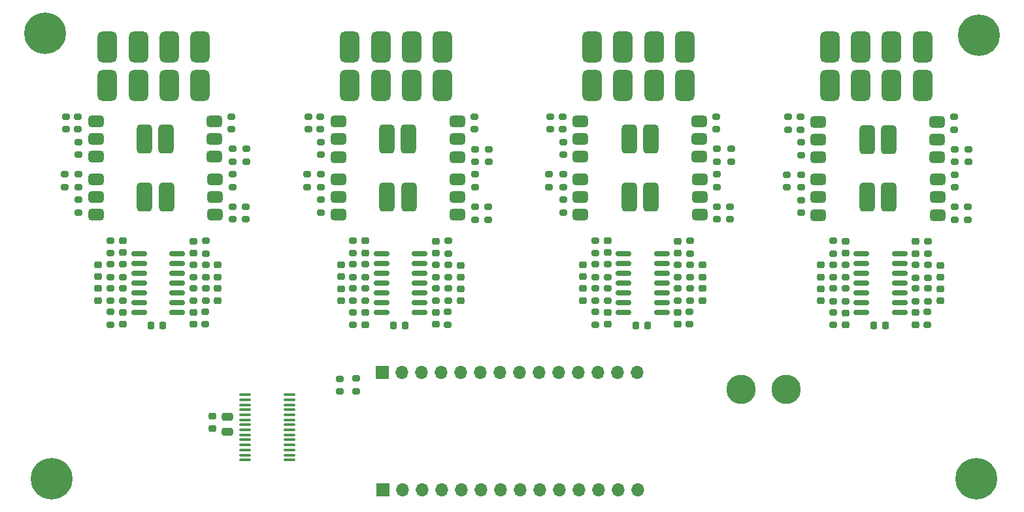
<source format=gbr>
%TF.GenerationSoftware,KiCad,Pcbnew,8.0.4*%
%TF.CreationDate,2024-08-21T17:36:00-07:00*%
%TF.ProjectId,SMA_Test_Bed,534d415f-5465-4737-945f-4265642e6b69,rev?*%
%TF.SameCoordinates,Original*%
%TF.FileFunction,Soldermask,Top*%
%TF.FilePolarity,Negative*%
%FSLAX46Y46*%
G04 Gerber Fmt 4.6, Leading zero omitted, Abs format (unit mm)*
G04 Created by KiCad (PCBNEW 8.0.4) date 2024-08-21 17:36:00*
%MOMM*%
%LPD*%
G01*
G04 APERTURE LIST*
G04 Aperture macros list*
%AMRoundRect*
0 Rectangle with rounded corners*
0 $1 Rounding radius*
0 $2 $3 $4 $5 $6 $7 $8 $9 X,Y pos of 4 corners*
0 Add a 4 corners polygon primitive as box body*
4,1,4,$2,$3,$4,$5,$6,$7,$8,$9,$2,$3,0*
0 Add four circle primitives for the rounded corners*
1,1,$1+$1,$2,$3*
1,1,$1+$1,$4,$5*
1,1,$1+$1,$6,$7*
1,1,$1+$1,$8,$9*
0 Add four rect primitives between the rounded corners*
20,1,$1+$1,$2,$3,$4,$5,0*
20,1,$1+$1,$4,$5,$6,$7,0*
20,1,$1+$1,$6,$7,$8,$9,0*
20,1,$1+$1,$8,$9,$2,$3,0*%
G04 Aperture macros list end*
%ADD10RoundRect,0.200000X-0.275000X0.200000X-0.275000X-0.200000X0.275000X-0.200000X0.275000X0.200000X0*%
%ADD11RoundRect,0.200000X0.275000X-0.200000X0.275000X0.200000X-0.275000X0.200000X-0.275000X-0.200000X0*%
%ADD12RoundRect,0.225000X0.250000X-0.225000X0.250000X0.225000X-0.250000X0.225000X-0.250000X-0.225000X0*%
%ADD13RoundRect,0.635000X-0.635000X-1.365000X0.635000X-1.365000X0.635000X1.365000X-0.635000X1.365000X0*%
%ADD14C,0.800000*%
%ADD15C,5.400000*%
%ADD16RoundRect,0.150000X-0.825000X-0.150000X0.825000X-0.150000X0.825000X0.150000X-0.825000X0.150000X0*%
%ADD17RoundRect,0.225000X-0.225000X-0.250000X0.225000X-0.250000X0.225000X0.250000X-0.225000X0.250000X0*%
%ADD18RoundRect,0.225000X-0.250000X0.225000X-0.250000X-0.225000X0.250000X-0.225000X0.250000X0.225000X0*%
%ADD19C,2.600000*%
%ADD20C,3.800000*%
%ADD21RoundRect,0.100000X-0.637500X-0.100000X0.637500X-0.100000X0.637500X0.100000X-0.637500X0.100000X0*%
%ADD22RoundRect,0.375000X-0.625000X-0.375000X0.625000X-0.375000X0.625000X0.375000X-0.625000X0.375000X0*%
%ADD23RoundRect,0.500000X-0.500000X-1.400000X0.500000X-1.400000X0.500000X1.400000X-0.500000X1.400000X0*%
%ADD24RoundRect,0.375000X0.625000X0.375000X-0.625000X0.375000X-0.625000X-0.375000X0.625000X-0.375000X0*%
%ADD25RoundRect,0.500000X0.500000X1.400000X-0.500000X1.400000X-0.500000X-1.400000X0.500000X-1.400000X0*%
%ADD26R,1.700000X1.700000*%
%ADD27O,1.700000X1.700000*%
%ADD28RoundRect,0.250000X-0.475000X0.250000X-0.475000X-0.250000X0.475000X-0.250000X0.475000X0.250000X0*%
G04 APERTURE END LIST*
D10*
%TO.C,R18*%
X156818065Y-82992431D03*
X156818065Y-84642431D03*
%TD*%
D11*
%TO.C,R45*%
X172225000Y-99600000D03*
X172225000Y-97950000D03*
%TD*%
%TO.C,R57*%
X164650000Y-87925000D03*
X164650000Y-86275000D03*
%TD*%
D10*
%TO.C,R78*%
X125400000Y-82975000D03*
X125400000Y-84625000D03*
%TD*%
D12*
%TO.C,C6*%
X140843065Y-96467431D03*
X140843065Y-94917431D03*
%TD*%
D13*
%TO.C,J9*%
X209000000Y-69750000D03*
X213000000Y-69750000D03*
%TD*%
D11*
%TO.C,R16*%
X149943065Y-99667431D03*
X149943065Y-98017431D03*
%TD*%
D14*
%TO.C,H3*%
X98150000Y-125800000D03*
X98743109Y-124368109D03*
X98743109Y-127231891D03*
X100175000Y-123775000D03*
D15*
X100175000Y-125800000D03*
D14*
X100175000Y-127825000D03*
X101606891Y-124368109D03*
X101606891Y-127231891D03*
X102200000Y-125800000D03*
%TD*%
D16*
%TO.C,U5*%
X111500000Y-96565000D03*
X111500000Y-97835000D03*
X111500000Y-99105000D03*
X111500000Y-100375000D03*
X111500000Y-101645000D03*
X111500000Y-102915000D03*
X111500000Y-104185000D03*
X116450000Y-104185000D03*
X116450000Y-102915000D03*
X116450000Y-101645000D03*
X116450000Y-100375000D03*
X116450000Y-99105000D03*
X116450000Y-97835000D03*
X116450000Y-96565000D03*
%TD*%
D13*
%TO.C,J13*%
X178200000Y-69700000D03*
X182200000Y-69700000D03*
%TD*%
D10*
%TO.C,R14*%
X151543065Y-98017431D03*
X151543065Y-99667431D03*
%TD*%
D11*
%TO.C,R72*%
X120125000Y-96550000D03*
X120125000Y-94900000D03*
%TD*%
D12*
%TO.C,C24*%
X172225000Y-96450000D03*
X172225000Y-94900000D03*
%TD*%
D17*
%TO.C,C3*%
X144468065Y-105892431D03*
X146018065Y-105892431D03*
%TD*%
D10*
%TO.C,R19*%
X135068065Y-89592431D03*
X135068065Y-91242431D03*
%TD*%
D18*
%TO.C,C13*%
X199825000Y-98050000D03*
X199825000Y-99600000D03*
%TD*%
D11*
%TO.C,R71*%
X107825000Y-102700000D03*
X107825000Y-101050000D03*
%TD*%
D13*
%TO.C,J10*%
X170200000Y-69700000D03*
X174200000Y-69700000D03*
%TD*%
D11*
%TO.C,R20*%
X154918065Y-80442431D03*
X154918065Y-78792431D03*
%TD*%
D10*
%TO.C,R29*%
X197250000Y-82125000D03*
X197250000Y-83775000D03*
%TD*%
D11*
%TO.C,R10*%
X155018065Y-87942431D03*
X155018065Y-86292431D03*
%TD*%
%TO.C,R43*%
X170625000Y-96500000D03*
X170625000Y-94850000D03*
%TD*%
%TO.C,R27*%
X195600000Y-80475000D03*
X195600000Y-78825000D03*
%TD*%
%TO.C,R12*%
X151543065Y-96567431D03*
X151543065Y-94917431D03*
%TD*%
%TO.C,R80*%
X123500000Y-80425000D03*
X123500000Y-78775000D03*
%TD*%
D12*
%TO.C,C8*%
X137643065Y-102667431D03*
X137643065Y-101117431D03*
%TD*%
D11*
%TO.C,R56*%
X181325000Y-99650000D03*
X181325000Y-98000000D03*
%TD*%
%TO.C,R82*%
X139600000Y-114425000D03*
X139600000Y-112775000D03*
%TD*%
D12*
%TO.C,C11*%
X149943065Y-96517431D03*
X149943065Y-94967431D03*
%TD*%
D19*
%TO.C,J18*%
X189475000Y-114200000D03*
D20*
X189475000Y-114200000D03*
D19*
X195325000Y-114200000D03*
D20*
X195325000Y-114200000D03*
%TD*%
D21*
%TO.C,U1*%
X125262500Y-114900000D03*
X125262500Y-115550000D03*
X125262500Y-116200000D03*
X125262500Y-116850000D03*
X125262500Y-117500000D03*
X125262500Y-118150000D03*
X125262500Y-118800000D03*
X125262500Y-119450000D03*
X125262500Y-120100000D03*
X125262500Y-120750000D03*
X125262500Y-121400000D03*
X125262500Y-122050000D03*
X125262500Y-122700000D03*
X125262500Y-123350000D03*
X130987500Y-123350000D03*
X130987500Y-122700000D03*
X130987500Y-122050000D03*
X130987500Y-121400000D03*
X130987500Y-120750000D03*
X130987500Y-120100000D03*
X130987500Y-119450000D03*
X130987500Y-118800000D03*
X130987500Y-118150000D03*
X130987500Y-117500000D03*
X130987500Y-116850000D03*
X130987500Y-116200000D03*
X130987500Y-115550000D03*
X130987500Y-114900000D03*
%TD*%
D22*
%TO.C,Q9*%
X168700000Y-79400000D03*
X168700000Y-81700000D03*
X168700000Y-84000000D03*
D23*
X175000000Y-81700000D03*
%TD*%
D12*
%TO.C,C35*%
X106225000Y-102650000D03*
X106225000Y-101100000D03*
%TD*%
D16*
%TO.C,U3*%
X205100000Y-96615000D03*
X205100000Y-97885000D03*
X205100000Y-99155000D03*
X205100000Y-100425000D03*
X205100000Y-101695000D03*
X205100000Y-102965000D03*
X205100000Y-104235000D03*
X210050000Y-104235000D03*
X210050000Y-102965000D03*
X210050000Y-101695000D03*
X210050000Y-100425000D03*
X210050000Y-99155000D03*
X210050000Y-97885000D03*
X210050000Y-96615000D03*
%TD*%
D10*
%TO.C,R55*%
X172225000Y-101050000D03*
X172225000Y-102700000D03*
%TD*%
D18*
%TO.C,C37*%
X109425000Y-104200000D03*
X109425000Y-105750000D03*
%TD*%
D11*
%TO.C,R3*%
X139243065Y-96517431D03*
X139243065Y-94867431D03*
%TD*%
D10*
%TO.C,R42*%
X182850000Y-104100000D03*
X182850000Y-105750000D03*
%TD*%
%TO.C,R66*%
X118525000Y-101050000D03*
X118525000Y-102700000D03*
%TD*%
D18*
%TO.C,C7*%
X149943065Y-104192431D03*
X149943065Y-105742431D03*
%TD*%
D24*
%TO.C,Q8*%
X214900000Y-84050000D03*
X214900000Y-81750000D03*
X214900000Y-79450000D03*
D25*
X208600000Y-81750000D03*
%TD*%
D10*
%TO.C,R6*%
X149943065Y-101067431D03*
X149943065Y-102717431D03*
%TD*%
D13*
%TO.C,J12*%
X170200000Y-74700000D03*
X174200000Y-74700000D03*
%TD*%
D10*
%TO.C,R59*%
X166450000Y-89575000D03*
X166450000Y-91225000D03*
%TD*%
%TO.C,R89*%
X186400000Y-90475000D03*
X186400000Y-92125000D03*
%TD*%
D18*
%TO.C,C27*%
X184525000Y-98050000D03*
X184525000Y-99600000D03*
%TD*%
D12*
%TO.C,C20*%
X212125000Y-96550000D03*
X212125000Y-95000000D03*
%TD*%
D13*
%TO.C,J15*%
X115400000Y-74700000D03*
X119400000Y-74700000D03*
%TD*%
D10*
%TO.C,R48*%
X188100000Y-90475000D03*
X188100000Y-92125000D03*
%TD*%
%TO.C,R39*%
X197250000Y-89625000D03*
X197250000Y-91275000D03*
%TD*%
D12*
%TO.C,C23*%
X184525000Y-102650000D03*
X184525000Y-101100000D03*
%TD*%
D11*
%TO.C,R37*%
X195450000Y-87975000D03*
X195450000Y-86325000D03*
%TD*%
D18*
%TO.C,C31*%
X106225000Y-98000000D03*
X106225000Y-99550000D03*
%TD*%
D11*
%TO.C,R17*%
X133268065Y-87942431D03*
X133268065Y-86292431D03*
%TD*%
D22*
%TO.C,Q7*%
X199500000Y-86950000D03*
X199500000Y-89250000D03*
X199500000Y-91550000D03*
D23*
X205800000Y-89250000D03*
%TD*%
D18*
%TO.C,C10*%
X140843065Y-104217431D03*
X140843065Y-105767431D03*
%TD*%
%TO.C,C19*%
X203025000Y-104250000D03*
X203025000Y-105800000D03*
%TD*%
D11*
%TO.C,R47*%
X164800000Y-80425000D03*
X164800000Y-78775000D03*
%TD*%
D12*
%TO.C,C14*%
X215325000Y-102700000D03*
X215325000Y-101150000D03*
%TD*%
D14*
%TO.C,H1*%
X97325000Y-67950000D03*
X97918109Y-66518109D03*
X97918109Y-69381891D03*
X99350000Y-65925000D03*
D15*
X99350000Y-67950000D03*
D14*
X99350000Y-69975000D03*
X100781891Y-66518109D03*
X100781891Y-69381891D03*
X101375000Y-67950000D03*
%TD*%
D12*
%TO.C,C15*%
X203025000Y-96500000D03*
X203025000Y-94950000D03*
%TD*%
D24*
%TO.C,Q10*%
X184150000Y-91500000D03*
X184150000Y-89200000D03*
X184150000Y-86900000D03*
D25*
X177850000Y-89200000D03*
%TD*%
D22*
%TO.C,Q13*%
X105900000Y-79400000D03*
X105900000Y-81700000D03*
X105900000Y-84000000D03*
D23*
X112200000Y-81700000D03*
%TD*%
D10*
%TO.C,R41*%
X170625000Y-97950000D03*
X170625000Y-99600000D03*
%TD*%
%TO.C,R26*%
X212125000Y-101100000D03*
X212125000Y-102750000D03*
%TD*%
D22*
%TO.C,Q3*%
X137318065Y-86917431D03*
X137318065Y-89217431D03*
X137318065Y-91517431D03*
D23*
X143618065Y-89217431D03*
%TD*%
D11*
%TO.C,R50*%
X186400000Y-87925000D03*
X186400000Y-86275000D03*
%TD*%
D24*
%TO.C,Q6*%
X214950000Y-91550000D03*
X214950000Y-89250000D03*
X214950000Y-86950000D03*
D25*
X208650000Y-89250000D03*
%TD*%
D13*
%TO.C,J7*%
X209000000Y-74750000D03*
X213000000Y-74750000D03*
%TD*%
D11*
%TO.C,R83*%
X135018065Y-80442431D03*
X135018065Y-78792431D03*
%TD*%
D24*
%TO.C,Q4*%
X152718065Y-84017431D03*
X152718065Y-81717431D03*
X152718065Y-79417431D03*
D25*
X146418065Y-81717431D03*
%TD*%
D17*
%TO.C,C12*%
X206650000Y-105925000D03*
X208200000Y-105925000D03*
%TD*%
D10*
%TO.C,R28*%
X218900000Y-90525000D03*
X218900000Y-92175000D03*
%TD*%
D11*
%TO.C,R84*%
X197200000Y-80475000D03*
X197200000Y-78825000D03*
%TD*%
D13*
%TO.C,J17*%
X115400000Y-69700000D03*
X119400000Y-69700000D03*
%TD*%
D10*
%TO.C,R68*%
X125300000Y-90475000D03*
X125300000Y-92125000D03*
%TD*%
%TO.C,R49*%
X166450000Y-82075000D03*
X166450000Y-83725000D03*
%TD*%
D11*
%TO.C,R7*%
X133418065Y-80442431D03*
X133418065Y-78792431D03*
%TD*%
D24*
%TO.C,Q12*%
X184100000Y-84000000D03*
X184100000Y-81700000D03*
X184100000Y-79400000D03*
D25*
X177800000Y-81700000D03*
%TD*%
D10*
%TO.C,R38*%
X219000000Y-83025000D03*
X219000000Y-84675000D03*
%TD*%
D12*
%TO.C,C33*%
X109425000Y-96450000D03*
X109425000Y-94900000D03*
%TD*%
D13*
%TO.C,J6*%
X201000000Y-69750000D03*
X205000000Y-69750000D03*
%TD*%
D10*
%TO.C,R95*%
X155018065Y-82992431D03*
X155018065Y-84642431D03*
%TD*%
%TO.C,R9*%
X135068065Y-82092431D03*
X135068065Y-83742431D03*
%TD*%
%TO.C,R21*%
X201425000Y-98000000D03*
X201425000Y-99650000D03*
%TD*%
D13*
%TO.C,J4*%
X138818065Y-74717431D03*
X142818065Y-74717431D03*
%TD*%
D26*
%TO.C,J1*%
X143090000Y-127250000D03*
D27*
X145630000Y-127250000D03*
X148170000Y-127250000D03*
X150710000Y-127250000D03*
X153250000Y-127250000D03*
X155790000Y-127250000D03*
X158330000Y-127250000D03*
X160870000Y-127250000D03*
X163410000Y-127250000D03*
X165950000Y-127250000D03*
X168490000Y-127250000D03*
X171030000Y-127250000D03*
X173570000Y-127250000D03*
X176110000Y-127250000D03*
X176070000Y-112010000D03*
X173530000Y-112010000D03*
X170990000Y-112010000D03*
X168450000Y-112010000D03*
X165910000Y-112010000D03*
X163370000Y-112010000D03*
X160830000Y-112010000D03*
X158290000Y-112010000D03*
X155750000Y-112010000D03*
X153210000Y-112010000D03*
X150670000Y-112010000D03*
X148130000Y-112010000D03*
X145590000Y-112010000D03*
D26*
X143050000Y-112010000D03*
%TD*%
D13*
%TO.C,J5*%
X146818065Y-69717431D03*
X150818065Y-69717431D03*
%TD*%
D10*
%TO.C,R2*%
X151468065Y-104117431D03*
X151468065Y-105767431D03*
%TD*%
D11*
%TO.C,R11*%
X139243065Y-102717431D03*
X139243065Y-101067431D03*
%TD*%
D14*
%TO.C,H4*%
X217925000Y-125825000D03*
X218518109Y-124393109D03*
X218518109Y-127256891D03*
X219950000Y-123800000D03*
D15*
X219950000Y-125825000D03*
D14*
X219950000Y-127850000D03*
X221381891Y-124393109D03*
X221381891Y-127256891D03*
X221975000Y-125825000D03*
%TD*%
D11*
%TO.C,R64*%
X120125000Y-102700000D03*
X120125000Y-101050000D03*
%TD*%
%TO.C,R65*%
X109425000Y-99600000D03*
X109425000Y-97950000D03*
%TD*%
%TO.C,R85*%
X166400000Y-80425000D03*
X166400000Y-78775000D03*
%TD*%
%TO.C,R67*%
X102000000Y-80425000D03*
X102000000Y-78775000D03*
%TD*%
D18*
%TO.C,C28*%
X172225000Y-104200000D03*
X172225000Y-105750000D03*
%TD*%
D16*
%TO.C,U4*%
X174300000Y-96565000D03*
X174300000Y-97835000D03*
X174300000Y-99105000D03*
X174300000Y-100375000D03*
X174300000Y-101645000D03*
X174300000Y-102915000D03*
X174300000Y-104185000D03*
X179250000Y-104185000D03*
X179250000Y-102915000D03*
X179250000Y-101645000D03*
X179250000Y-100375000D03*
X179250000Y-99105000D03*
X179250000Y-97835000D03*
X179250000Y-96565000D03*
%TD*%
D24*
%TO.C,Q16*%
X121300000Y-84000000D03*
X121300000Y-81700000D03*
X121300000Y-79400000D03*
D25*
X115000000Y-81700000D03*
%TD*%
D11*
%TO.C,R70*%
X123600000Y-87925000D03*
X123600000Y-86275000D03*
%TD*%
D24*
%TO.C,Q14*%
X121350000Y-91500000D03*
X121350000Y-89200000D03*
X121350000Y-86900000D03*
D25*
X115050000Y-89200000D03*
%TD*%
D16*
%TO.C,U2*%
X142918065Y-96582431D03*
X142918065Y-97852431D03*
X142918065Y-99122431D03*
X142918065Y-100392431D03*
X142918065Y-101662431D03*
X142918065Y-102932431D03*
X142918065Y-104202431D03*
X147868065Y-104202431D03*
X147868065Y-102932431D03*
X147868065Y-101662431D03*
X147868065Y-100392431D03*
X147868065Y-99122431D03*
X147868065Y-97852431D03*
X147868065Y-96582431D03*
%TD*%
D13*
%TO.C,J2*%
X138818065Y-69717431D03*
X142818065Y-69717431D03*
%TD*%
D10*
%TO.C,R98*%
X123600000Y-82975000D03*
X123600000Y-84625000D03*
%TD*%
%TO.C,R87*%
X155018065Y-90492431D03*
X155018065Y-92142431D03*
%TD*%
D11*
%TO.C,R63*%
X107825000Y-96500000D03*
X107825000Y-94850000D03*
%TD*%
D10*
%TO.C,R61*%
X107825000Y-97950000D03*
X107825000Y-99600000D03*
%TD*%
%TO.C,R88*%
X217200000Y-90525000D03*
X217200000Y-92175000D03*
%TD*%
%TO.C,R73*%
X107825000Y-104150000D03*
X107825000Y-105800000D03*
%TD*%
D11*
%TO.C,R51*%
X170625000Y-102700000D03*
X170625000Y-101050000D03*
%TD*%
%TO.C,R25*%
X203025000Y-99650000D03*
X203025000Y-98000000D03*
%TD*%
%TO.C,R86*%
X103600000Y-80425000D03*
X103600000Y-78775000D03*
%TD*%
D12*
%TO.C,C32*%
X121725000Y-102650000D03*
X121725000Y-101100000D03*
%TD*%
D18*
%TO.C,C9*%
X153143065Y-98067431D03*
X153143065Y-99617431D03*
%TD*%
D11*
%TO.C,R32*%
X213725000Y-96600000D03*
X213725000Y-94950000D03*
%TD*%
%TO.C,R40*%
X217100000Y-80475000D03*
X217100000Y-78825000D03*
%TD*%
%TO.C,R60*%
X186300000Y-80425000D03*
X186300000Y-78775000D03*
%TD*%
D12*
%TO.C,C5*%
X153143065Y-102667431D03*
X153143065Y-101117431D03*
%TD*%
D10*
%TO.C,R46*%
X181325000Y-101050000D03*
X181325000Y-102700000D03*
%TD*%
D12*
%TO.C,C29*%
X181325000Y-96500000D03*
X181325000Y-94950000D03*
%TD*%
D18*
%TO.C,C18*%
X215325000Y-98100000D03*
X215325000Y-99650000D03*
%TD*%
D11*
%TO.C,R4*%
X151543065Y-102717431D03*
X151543065Y-101067431D03*
%TD*%
D10*
%TO.C,R97*%
X186400000Y-82975000D03*
X186400000Y-84625000D03*
%TD*%
D22*
%TO.C,Q15*%
X105900000Y-86900000D03*
X105900000Y-89200000D03*
X105900000Y-91500000D03*
D23*
X112200000Y-89200000D03*
%TD*%
D22*
%TO.C,Q11*%
X168700000Y-86900000D03*
X168700000Y-89200000D03*
X168700000Y-91500000D03*
D23*
X175000000Y-89200000D03*
%TD*%
D18*
%TO.C,C25*%
X181325000Y-104175000D03*
X181325000Y-105725000D03*
%TD*%
D13*
%TO.C,J8*%
X201000000Y-74750000D03*
X205000000Y-74750000D03*
%TD*%
D17*
%TO.C,C21*%
X175850000Y-105875000D03*
X177400000Y-105875000D03*
%TD*%
D10*
%TO.C,R75*%
X109425000Y-101050000D03*
X109425000Y-102700000D03*
%TD*%
D13*
%TO.C,J3*%
X146818065Y-74717431D03*
X150818065Y-74717431D03*
%TD*%
D10*
%TO.C,R54*%
X182925000Y-98000000D03*
X182925000Y-99650000D03*
%TD*%
D18*
%TO.C,C4*%
X137643065Y-98017431D03*
X137643065Y-99567431D03*
%TD*%
D11*
%TO.C,R36*%
X212125000Y-99700000D03*
X212125000Y-98050000D03*
%TD*%
D12*
%TO.C,C38*%
X118525000Y-96500000D03*
X118525000Y-94950000D03*
%TD*%
D22*
%TO.C,Q5*%
X199500000Y-79450000D03*
X199500000Y-81750000D03*
X199500000Y-84050000D03*
D23*
X205800000Y-81750000D03*
%TD*%
D13*
%TO.C,J14*%
X107400000Y-69700000D03*
X111400000Y-69700000D03*
%TD*%
D18*
%TO.C,C34*%
X118525000Y-104175000D03*
X118525000Y-105725000D03*
%TD*%
D10*
%TO.C,R15*%
X140843065Y-101067431D03*
X140843065Y-102717431D03*
%TD*%
%TO.C,R62*%
X120050000Y-104100000D03*
X120050000Y-105750000D03*
%TD*%
%TO.C,R22*%
X213650000Y-104150000D03*
X213650000Y-105800000D03*
%TD*%
%TO.C,R96*%
X217200000Y-83025000D03*
X217200000Y-84675000D03*
%TD*%
D28*
%TO.C,C1*%
X122925000Y-117775000D03*
X122925000Y-119675000D03*
%TD*%
D10*
%TO.C,R35*%
X203025000Y-101100000D03*
X203025000Y-102750000D03*
%TD*%
D18*
%TO.C,C2*%
X121000000Y-117700000D03*
X121000000Y-119250000D03*
%TD*%
D10*
%TO.C,R53*%
X170625000Y-104150000D03*
X170625000Y-105800000D03*
%TD*%
D11*
%TO.C,R23*%
X201425000Y-96550000D03*
X201425000Y-94900000D03*
%TD*%
D18*
%TO.C,C16*%
X212125000Y-104225000D03*
X212125000Y-105775000D03*
%TD*%
D10*
%TO.C,R90*%
X123600000Y-90475000D03*
X123600000Y-92125000D03*
%TD*%
D17*
%TO.C,C30*%
X113050000Y-105875000D03*
X114600000Y-105875000D03*
%TD*%
D12*
%TO.C,C17*%
X199825000Y-102700000D03*
X199825000Y-101150000D03*
%TD*%
D11*
%TO.C,R93*%
X166450000Y-87925000D03*
X166450000Y-86275000D03*
%TD*%
%TO.C,R91*%
X135068065Y-87942431D03*
X135068065Y-86292431D03*
%TD*%
%TO.C,R76*%
X118525000Y-99650000D03*
X118525000Y-98000000D03*
%TD*%
D10*
%TO.C,R81*%
X137500000Y-112800000D03*
X137500000Y-114450000D03*
%TD*%
D24*
%TO.C,Q2*%
X152768065Y-91517431D03*
X152768065Y-89217431D03*
X152768065Y-86917431D03*
D25*
X146468065Y-89217431D03*
%TD*%
D14*
%TO.C,H2*%
X218325000Y-68200000D03*
X218918109Y-66768109D03*
X218918109Y-69631891D03*
X220350000Y-66175000D03*
D15*
X220350000Y-68200000D03*
D14*
X220350000Y-70225000D03*
X221781891Y-66768109D03*
X221781891Y-69631891D03*
X222375000Y-68200000D03*
%TD*%
D10*
%TO.C,R33*%
X201425000Y-104200000D03*
X201425000Y-105850000D03*
%TD*%
%TO.C,R1*%
X139243065Y-97967431D03*
X139243065Y-99617431D03*
%TD*%
D11*
%TO.C,R52*%
X182925000Y-96550000D03*
X182925000Y-94900000D03*
%TD*%
%TO.C,R31*%
X201425000Y-102750000D03*
X201425000Y-101100000D03*
%TD*%
%TO.C,R24*%
X213725000Y-102750000D03*
X213725000Y-101100000D03*
%TD*%
%TO.C,R5*%
X140843065Y-99617431D03*
X140843065Y-97967431D03*
%TD*%
D10*
%TO.C,R8*%
X156718065Y-90492431D03*
X156718065Y-92142431D03*
%TD*%
D13*
%TO.C,J16*%
X107400000Y-74700000D03*
X111400000Y-74700000D03*
%TD*%
D10*
%TO.C,R74*%
X120125000Y-98000000D03*
X120125000Y-99650000D03*
%TD*%
D11*
%TO.C,R94*%
X103650000Y-87925000D03*
X103650000Y-86275000D03*
%TD*%
D10*
%TO.C,R79*%
X103650000Y-89575000D03*
X103650000Y-91225000D03*
%TD*%
D13*
%TO.C,J11*%
X178200000Y-74700000D03*
X182200000Y-74700000D03*
%TD*%
D10*
%TO.C,R69*%
X103650000Y-82075000D03*
X103650000Y-83725000D03*
%TD*%
D18*
%TO.C,C36*%
X121725000Y-98050000D03*
X121725000Y-99600000D03*
%TD*%
D11*
%TO.C,R44*%
X182925000Y-102700000D03*
X182925000Y-101050000D03*
%TD*%
D12*
%TO.C,C26*%
X169025000Y-102650000D03*
X169025000Y-101100000D03*
%TD*%
D11*
%TO.C,R30*%
X217200000Y-87975000D03*
X217200000Y-86325000D03*
%TD*%
D18*
%TO.C,C22*%
X169025000Y-98000000D03*
X169025000Y-99550000D03*
%TD*%
D10*
%TO.C,R13*%
X139243065Y-104167431D03*
X139243065Y-105817431D03*
%TD*%
D22*
%TO.C,Q1*%
X137318065Y-79417431D03*
X137318065Y-81717431D03*
X137318065Y-84017431D03*
D23*
X143618065Y-81717431D03*
%TD*%
D11*
%TO.C,R92*%
X197250000Y-87975000D03*
X197250000Y-86325000D03*
%TD*%
D10*
%TO.C,R34*%
X213725000Y-98050000D03*
X213725000Y-99700000D03*
%TD*%
%TO.C,R58*%
X188200000Y-82975000D03*
X188200000Y-84625000D03*
%TD*%
D11*
%TO.C,R77*%
X101850000Y-87925000D03*
X101850000Y-86275000D03*
%TD*%
M02*

</source>
